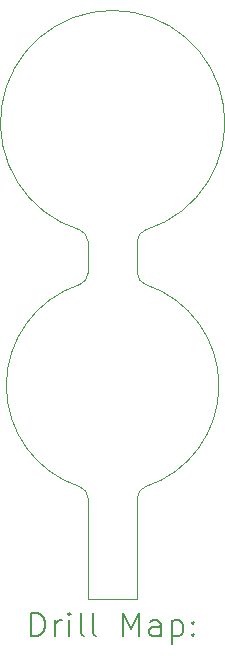
<source format=gbr>
%TF.GenerationSoftware,KiCad,Pcbnew,8.0.6*%
%TF.CreationDate,2024-12-08T21:28:17+08:00*%
%TF.ProjectId,flex3kicad_pcb,666c6578-336b-4696-9361-645f7063622e,rev?*%
%TF.SameCoordinates,Original*%
%TF.FileFunction,Drillmap*%
%TF.FilePolarity,Positive*%
%FSLAX45Y45*%
G04 Gerber Fmt 4.5, Leading zero omitted, Abs format (unit mm)*
G04 Created by KiCad (PCBNEW 8.0.6) date 2024-12-08 21:28:17*
%MOMM*%
%LPD*%
G01*
G04 APERTURE LIST*
%ADD10C,0.010000*%
%ADD11C,0.200000*%
G04 APERTURE END LIST*
D10*
X480000Y460662D02*
X480000Y674290D01*
X900000Y958916D02*
X900000Y827747D01*
X900000Y100000D02*
X480000Y100000D01*
X900000Y827747D02*
X900000Y674290D01*
X480000Y100000D02*
X480000Y320526D01*
X900000Y674290D02*
X900000Y460662D01*
X480000Y374980D02*
X480000Y460662D01*
X480000Y674290D02*
X480000Y827747D01*
X480000Y2860386D02*
X480000Y2991552D01*
X480000Y3101552D02*
X480000Y3133016D01*
X900000Y3101552D02*
X900000Y2991552D01*
X479999Y958910D02*
X480000Y958910D01*
X900000Y2991552D02*
X900000Y2860386D01*
X480000Y2860386D02*
G75*
G02*
X410999Y2765316I-100000J4D01*
G01*
X900000Y460662D02*
X900000Y374980D01*
X480000Y320526D02*
X480000Y374980D01*
X900000Y374980D02*
X900000Y320526D01*
X900000Y958916D02*
G75*
G02*
X969001Y1053984I100000J-6D01*
G01*
X411000Y1053986D02*
G75*
G02*
X411000Y2765314I279000J855664D01*
G01*
X479999Y3133016D02*
X480000Y3133016D01*
X900000Y320526D02*
X900000Y100000D01*
X969000Y2765312D02*
G75*
G02*
X899996Y2860386I31000J95078D01*
G01*
X969000Y2765312D02*
G75*
G02*
X969000Y1053988I-279000J-855662D01*
G01*
X409524Y3228564D02*
G75*
G02*
X970476Y3228564I280476J907652D01*
G01*
X411000Y1053986D02*
G75*
G02*
X480003Y958910I-31000J-95076D01*
G01*
X900000Y3133026D02*
G75*
G02*
X970477Y3228563I100000J-6D01*
G01*
X480000Y2991552D02*
X480000Y3101552D01*
X480000Y827747D02*
X480000Y958910D01*
X900000Y3133026D02*
X900000Y3101552D01*
X409524Y3228564D02*
G75*
G02*
X479999Y3133016I-29514J-95534D01*
G01*
D11*
X277Y-211984D02*
X277Y-11984D01*
X277Y-11984D02*
X47896Y-11984D01*
X47896Y-11984D02*
X76468Y-21508D01*
X76468Y-21508D02*
X95515Y-40555D01*
X95515Y-40555D02*
X105039Y-59603D01*
X105039Y-59603D02*
X114563Y-97698D01*
X114563Y-97698D02*
X114563Y-126269D01*
X114563Y-126269D02*
X105039Y-164365D01*
X105039Y-164365D02*
X95515Y-183412D01*
X95515Y-183412D02*
X76468Y-202460D01*
X76468Y-202460D02*
X47896Y-211984D01*
X47896Y-211984D02*
X277Y-211984D01*
X200277Y-211984D02*
X200277Y-78650D01*
X200277Y-116746D02*
X209801Y-97698D01*
X209801Y-97698D02*
X219325Y-88174D01*
X219325Y-88174D02*
X238372Y-78650D01*
X238372Y-78650D02*
X257420Y-78650D01*
X324087Y-211984D02*
X324087Y-78650D01*
X324087Y-11984D02*
X314563Y-21508D01*
X314563Y-21508D02*
X324087Y-31031D01*
X324087Y-31031D02*
X333610Y-21508D01*
X333610Y-21508D02*
X324087Y-11984D01*
X324087Y-11984D02*
X324087Y-31031D01*
X447896Y-211984D02*
X428848Y-202460D01*
X428848Y-202460D02*
X419325Y-183412D01*
X419325Y-183412D02*
X419325Y-11984D01*
X552658Y-211984D02*
X533610Y-202460D01*
X533610Y-202460D02*
X524086Y-183412D01*
X524086Y-183412D02*
X524086Y-11984D01*
X781229Y-211984D02*
X781229Y-11984D01*
X781229Y-11984D02*
X847896Y-154841D01*
X847896Y-154841D02*
X914563Y-11984D01*
X914563Y-11984D02*
X914563Y-211984D01*
X1095515Y-211984D02*
X1095515Y-107222D01*
X1095515Y-107222D02*
X1085991Y-88174D01*
X1085991Y-88174D02*
X1066944Y-78650D01*
X1066944Y-78650D02*
X1028848Y-78650D01*
X1028848Y-78650D02*
X1009801Y-88174D01*
X1095515Y-202460D02*
X1076468Y-211984D01*
X1076468Y-211984D02*
X1028848Y-211984D01*
X1028848Y-211984D02*
X1009801Y-202460D01*
X1009801Y-202460D02*
X1000277Y-183412D01*
X1000277Y-183412D02*
X1000277Y-164365D01*
X1000277Y-164365D02*
X1009801Y-145317D01*
X1009801Y-145317D02*
X1028848Y-135793D01*
X1028848Y-135793D02*
X1076468Y-135793D01*
X1076468Y-135793D02*
X1095515Y-126269D01*
X1190753Y-78650D02*
X1190753Y-278650D01*
X1190753Y-88174D02*
X1209801Y-78650D01*
X1209801Y-78650D02*
X1247896Y-78650D01*
X1247896Y-78650D02*
X1266944Y-88174D01*
X1266944Y-88174D02*
X1276468Y-97698D01*
X1276468Y-97698D02*
X1285991Y-116746D01*
X1285991Y-116746D02*
X1285991Y-173889D01*
X1285991Y-173889D02*
X1276468Y-192936D01*
X1276468Y-192936D02*
X1266944Y-202460D01*
X1266944Y-202460D02*
X1247896Y-211984D01*
X1247896Y-211984D02*
X1209801Y-211984D01*
X1209801Y-211984D02*
X1190753Y-202460D01*
X1371706Y-192936D02*
X1381229Y-202460D01*
X1381229Y-202460D02*
X1371706Y-211984D01*
X1371706Y-211984D02*
X1362182Y-202460D01*
X1362182Y-202460D02*
X1371706Y-192936D01*
X1371706Y-192936D02*
X1371706Y-211984D01*
X1371706Y-88174D02*
X1381229Y-97698D01*
X1381229Y-97698D02*
X1371706Y-107222D01*
X1371706Y-107222D02*
X1362182Y-97698D01*
X1362182Y-97698D02*
X1371706Y-88174D01*
X1371706Y-88174D02*
X1371706Y-107222D01*
M02*

</source>
